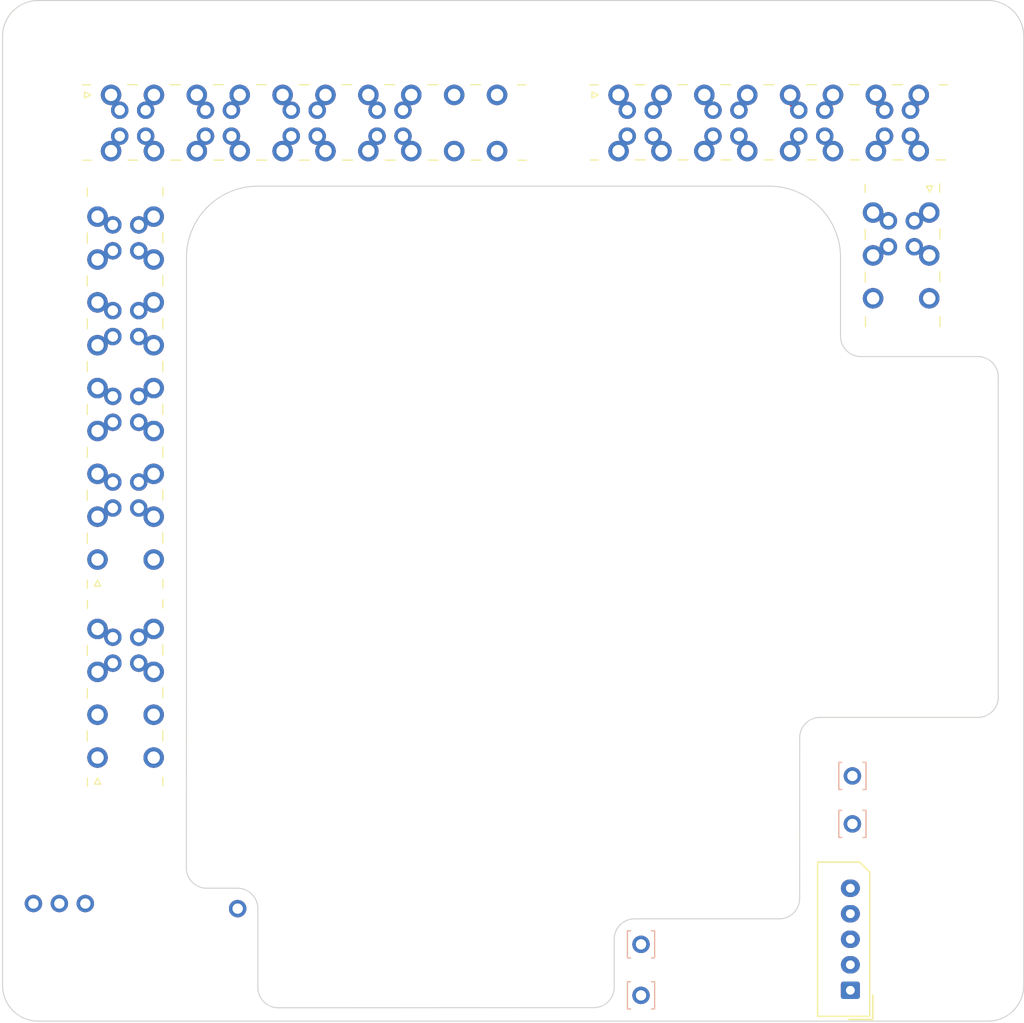
<source format=kicad_pcb>
(kicad_pcb (version 20221018) (generator pcbnew)
  (layers (0 "F.Cu" signal) (1 "In1.Cu" signal) (2 "In2.Cu" signal) (31 "B.Cu" signal) (34 "B.Paste" user) (35 "F.Paste" user) (36 "B.SilkS" user "B.Silkscreen") (37 "F.SilkS" user "F.Silkscreen") (38 "B.Mask" user) (39 "F.Mask" user) (44 "Edge.Cuts" user))
  (net 0 "")
  (net 1 "Net-(J801-Pin_1)")
  (net 2 "Net-(J801-Pin_2)")
  (net 3 "Net-(J801-Pin_3)")
  (net 4 "Net-(J801-Pin_4)")
  (net 5 "Net-(J801-Pin_5)")
  (net 6 "Net-(J802-Pin_1)")
  (net 7 "Net-(J802-Pin_2)")
  (net 8 "Net-(J802-Pin_3)")
  (net 9 "/12V_KEY")
  (net 10 "/IN_BUTTON1")
  (net 11 "/IN_AUX1")
  (net 12 "/IN_BUTTON2")
  (net 13 "/IN_MAP")
  (net 14 "/OUT_LS2")
  (net 15 "/OUT_LS_HOT1")
  (net 16 "/OUT_LS3")
  (net 17 "/OUT_LS_HOT2")
  (net 18 "/IN_PPS2")
  (net 19 "/IN_AUX2")
  (net 20 "/IN_TPS2")
  (net 21 "/OUT_LS4")
  (net 22 "/OUT_LS1")
  (net 23 "/OUT_IGN1")
  (net 24 "/OUT_INJ1")
  (net 25 "/IN_PPS1")
  (net 26 "/IN_FLEX")
  (net 27 "/IN_KNOCK_RAW")
  (net 28 "/IN_TPS1")
  (net 29 "/IN_HALL2")
  (net 30 "/IN_HALL1")
  (net 31 "/VR2+")
  (net 32 "/IN_AUX3")
  (net 33 "/WBO_Un")
  (net 34 "/WBO_Rtrim")
  (net 35 "/WBO_Ip")
  (net 36 "/OUT_IGN2")
  (net 37 "/OUT_INJ2")
  (net 38 "/OUT_IGN5")
  (net 39 "/OUT_INJ3")
  (net 40 "/CAN-")
  (net 41 "/CAN+")
  (net 42 "/IN_CLT")
  (net 43 "/IN_IAT")
  (net 44 "/IN_HALL3")
  (net 45 "/VR1+")
  (net 46 "/VR2-")
  (net 47 "/OUT_IGN3")
  (net 48 "/OUT_INJ4")
  (net 49 "/OUT_IGN4")
  (net 50 "/OUT_INJ5")
  (net 51 "Net-(M801-Rx)")
  (net 52 "Net-(M801-Tx)")
  (net 53 "Net-(M801-LED_YELLOW)")
  (net 54 "Net-(M801-LED_GREEN)")
  (net 55 "Net-(M801-DC2_PWM)")
  (net 56 "/OUT_DC1-")
  (net 57 "/OUT_DC2-")
  (net 58 "/GND_A3")
  (net 59 "/GND_A4")
  (net 60 "/OUT_DC1+")
  (net 61 "/OUT_DC2+")
  (net 62 "/12V")
  (net 63 "/OUT_INJ6")
  (net 64 "/OUT_IGN6")
  (net 65 "/5VP_C1")
  (net 66 "/5VP_C2")
  (net 67 "/GND_C8")
  (net 68 "/IN_BUTTON3")
  (net 69 "/EGT+")
  (net 70 "/GNDA_C11")
  (net 71 "/GNDA_C12")
  (net 72 "/GNDA_C13")
  (net 73 "/VR1-")
  (net 74 "/EGT-")
  (net 75 "/5VP_D3")
  (net 76 "/5VP_D4")
  (net 77 "/GNDA_D11")
  (net 78 "/GNDA_D12")
  (net 79 "/WBO_12V")
  (net 80 "/WBO_Heater")
  (net 81 "/WBO_Vm")
  (footprint "RT-01T-1.0B:RT-01T-1.0B" (layer "F.Cu") (at 99.300126 111.6)
    (fp_text reference "P809" hide)
    (fp_text value "RT-01T-1.0B")
  )
  (footprint "hellen-one-uaefi-0.2:uaefi" (layer "F.Cu") (at 90 150)
    (fp_text reference "M801" hide)
    (fp_text value "Module:uaefi/0.2" hide)
    (fp_line (start 18.012559 -31.737182) (end 18 -15) (stroke (width 0.1)) (layer "Edge.Cuts"))
    (fp_line (start 18.012559 -31.737182) (end 18.012562 -74.787438) (stroke (width 0.1)) (layer "Edge.Cuts"))
    (fp_line (start 20 -13) (end 23 -13) (stroke (width 0.1)) (layer "Edge.Cuts"))
    (fp_line (start 25 -11) (end 25 -3.287437) (stroke (width 0.1)) (layer "Edge.Cuts"))
    (fp_line (start 57.9 -1.3) (end 27 -1.287437) (stroke (width 0.1)) (layer "Edge.Cuts"))
    (fp_line (start 59.9 -3.3) (end 59.899911 -8.00008) (stroke (width 0.1)) (layer "Edge.Cuts"))
    (fp_line (start 61.899911 -10.00008) (end 76.060074 -9.999926) (stroke (width 0.1)) (layer "Edge.Cuts"))
    (fp_line (start 75.062815 -81.787437) (end 25.012563 -81.787437) (stroke (width 0.1)) (layer "Edge.Cuts"))
    (fp_line (start 78.062811 -27.73718) (end 78.060074 -11.999926) (stroke (width 0.1)) (layer "Edge.Cuts"))
    (fp_line (start 80.062811 -29.73718) (end 95.512563 -29.73718) (stroke (width 0.1)) (layer "Edge.Cuts"))
    (fp_line (start 82.062814 -74.787436) (end 82.062814 -67.087437) (stroke (width 0.1)) (layer "Edge.Cuts"))
    (fp_line (start 95.512563 -65.087437) (end 84.062814 -65.087437) (stroke (width 0.1)) (layer "Edge.Cuts"))
    (fp_line (start 97.512563 -31.73718) (end 97.512563 -63.087437) (stroke (width 0.1)) (layer "Edge.Cuts"))
    (fp_arc (start 18.012562 -74.787438) (mid 20.062815 -79.737185) (end 25.012563 -81.787437) (stroke (width 0.1)) (layer "Edge.Cuts"))
    (fp_arc (start 20 -13) (mid 18.585784 -13.585784) (end 18 -15) (stroke (width 0.1)) (layer "Edge.Cuts"))
    (fp_arc (start 23 -13) (mid 24.414216 -12.414216) (end 25 -11) (stroke (width 0.1)) (layer "Edge.Cuts"))
    (fp_arc (start 27 -1.287437) (mid 25.585783 -1.873222) (end 25 -3.287437) (stroke (width 0.1)) (layer "Edge.Cuts"))
    (fp_arc (start 59.899911 -8.00008) (mid 60.485719 -9.414272) (end 61.899911 -10.00008) (stroke (width 0.1)) (layer "Edge.Cuts"))
    (fp_arc (start 59.9 -3.3) (mid 59.314192 -1.885808) (end 57.9 -1.3) (stroke (width 0.1)) (layer "Edge.Cuts"))
    (fp_arc (start 75.062815 -81.787437) (mid 80.012612 -79.73722) (end 82.062814 -74.787436) (stroke (width 0.1)) (layer "Edge.Cuts"))
    (fp_arc (start 78.060074 -11.999926) (mid 77.474266 -10.585734) (end 76.060074 -9.999926) (stroke (width 0.1)) (layer "Edge.Cuts"))
    (fp_arc (start 78.062811 -27.73718) (mid 78.648619 -29.151383) (end 80.062811 -29.73718) (stroke (width 0.1)) (layer "Edge.Cuts"))
    (fp_arc (start 84.062814 -65.087437) (mid 82.648592 -65.673201) (end 82.062814 -67.087437) (stroke (width 0.1)) (layer "Edge.Cuts"))
    (fp_arc (start 95.512563 -65.087437) (mid 96.926766 -64.50164) (end 97.512563 -63.087437) (stroke (width 0.1)) (layer "Edge.Cuts"))
    (fp_arc (start 97.512563 -31.73718) (mid 96.926801 -30.322937) (end 95.512563 -29.73718) (stroke (width 0.1)) (layer "Edge.Cuts"))
  )
  (footprint "RT-01T-1.0B:2x2_2.54" (layer "F.Cu") (at 159.575126 60.775)
    (fp_text reference "J805" hide)
    (fp_text value "Conn_02x02_Odd_Even" hide)
  )
  (footprint "RT-01T-1.0B:RT-01T-1.0B" (layer "F.Cu") (at 104.800126 96.4)
    (fp_text reference "P825" hide)
    (fp_text value "RT-01T-1.0B")
  )
  (footprint "RT-01T-1.0B:RT-01T-1.0B" (layer "F.Cu") (at 179.725126 59.275)
    (fp_text reference "P859" hide)
    (fp_text value "RT-01T-1.0B")
  )
  (footprint "RT-01T-1.0B:RT-01T-1.0B" (layer "F.Cu") (at 104.800126 100.6)
    (fp_text reference "P824" hide)
    (fp_text value "RT-01T-1.0B")
  )
  (footprint "RT-01T-1.0B:RT-01T-1.0B" (layer "F.Cu") (at 109.025126 59.275)
    (fp_text reference "P834" hide)
    (fp_text value "RT-01T-1.0B")
  )
  (footprint "RT-01T-1.0B:RT-01T-1.0B" (layer "F.Cu") (at 99.300126 83.8)
    (fp_text reference "P819" hide)
    (fp_text value "RT-01T-1.0B")
  )
  (footprint "RT-01T-1.0B:RT-01T-1.0B" (layer "F.Cu") (at 150.325126 59.275)
    (fp_text reference "P852" hide)
    (fp_text value "RT-01T-1.0B")
  )
  (footprint "RT-01T-1.0B:RT-01T-1.0B" (layer "F.Cu") (at 179.725126 64.775)
    (fp_text reference "P867" hide)
    (fp_text value "RT-01T-1.0B")
  )
  (footprint "RT-01T-1.0B:RT-01T-1.0B" (layer "F.Cu") (at 99.300126 88)
    (fp_text reference "P818" hide)
    (fp_text value "RT-01T-1.0B")
  )
  (footprint "RT-01T-1.0B:RT-01T-1.0B" (layer "F.Cu") (at 99.300126 92.2)
    (fp_text reference "P817" hide)
    (fp_text value "RT-01T-1.0B")
  )
  (footprint "RT-01T-1.0B:RT-01T-1.0B" (layer "F.Cu") (at 138.425126 59.275)
    (fp_text reference "P841" hide)
    (fp_text value "RT-01T-1.0B")
  )
  (footprint "RT-01T-1.0B:RT-01T-1.0B" (layer "F.Cu") (at 175.250126 75)
    (fp_text reference "P872" hide)
    (fp_text value "RT-01T-1.0B")
  )
  (footprint "RT-01T-1.0B:RT-01T-1.0B" (layer "F.Cu") (at 171.325126 59.275)
    (fp_text reference "P857" hide)
    (fp_text value "RT-01T-1.0B")
  )
  (footprint "RT-01T-1.0B:RT-01T-1.0B" (layer "F.Cu") (at 134.225126 59.275)
    (fp_text reference "P840" hide)
    (fp_text value "RT-01T-1.0B")
  )
  (footprint "RT-01T-1.0B:RT-01T-1.0B" (layer "F.Cu") (at 121.625126 59.275)
    (fp_text reference "P837" hide)
    (fp_text value "RT-01T-1.0B")
  )
  (footprint "RT-01T-1.0B:RT-01T-1.0B" (layer "F.Cu") (at 99.300126 71.2)
    (fp_text reference "P822" hide)
    (fp_text value "RT-01T-1.0B")
  )
  (footprint "RT-01T-1.0B:RT-01T-1.0B" (layer "F.Cu") (at 180.750126 79.2)
    (fp_text reference "P870" hide)
    (fp_text value "RT-01T-1.0B")
  )
  (footprint "RT-01T-1.0B:1x1" (layer "F.Cu") (at 173.225126 130.7)
    (fp_text reference "P802" hide)
    (fp_text value "Conn_01x01_Pin" hide)
  )
  (footprint "RT-01T-1.0B:2x2_2.54" (layer "F.Cu") (at 126.675126 60.775)
    (fp_text reference "J815" hide)
    (fp_text value "Conn_02x02_Odd_Even" hide)
  )
  (footprint "RT-01T-1.0B:RT-01T-1.0B" (layer "F.Cu") (at 171.325126 64.775)
    (fp_text reference "P865" hide)
    (fp_text value "RT-01T-1.0B")
  )
  (footprint "RT-01T-1.0B:RT-01T-1.0B" (layer "F.Cu") (at 113.225126 59.275)
    (fp_text reference "P835" hide)
    (fp_text value "RT-01T-1.0B")
  )
  (footprint "RT-01T-1.0B:1x1" (layer "F.Cu") (at 173.225126 126)
    (fp_text reference "P801" hide)
    (fp_text value "Conn_01x01_Pin" hide)
  )
  (footprint "RT-01T-1.0B:RT-01T-1.0B" (layer "F.Cu") (at 99.300126 96.4)
    (fp_text reference "P816" hide)
    (fp_text value "RT-01T-1.0B")
  )
  (footprint "RT-01T-1.0B:RT-01T-1.0B" (layer "F.Cu") (at 125.825126 59.275)
    (fp_text reference "P838" hide)
    (fp_text value "RT-01T-1.0B")
  )
  (footprint "RT-01T-1.0B:RT-01T-1.0B" (layer "F.Cu") (at 125.825126 64.775)
    (fp_text reference "P848" hide)
    (fp_text value "RT-01T-1.0B")
  )
  (footprint "RT-01T-1.0B:RT-01T-1.0B" (layer "F.Cu") (at 175.525126 64.775)
    (fp_text reference "P866" hide)
    (fp_text value "RT-01T-1.0B")
  )
  (footprint "RT-01T-1.0B:RT-01T-1.0B" (layer "F.Cu") (at 104.800126 111.6)
    (fp_text reference "P813" hide)
    (fp_text value "RT-01T-1.0B")
  )
  (footprint "RT-01T-1.0B:2x2_2.54" (layer "F.Cu") (at 100.800126 72.01)
    (fp_text reference "J806" hide)
    (fp_text value "Conn_02x02_Odd_Even" hide)
  )
  (footprint "RT-01T-1.0B:RT-01T-1.0B" (layer "F.Cu") (at 104.800126 75.4)
    (fp_text reference "P830" hide)
    (fp_text value "RT-01T-1.0B")
  )
  (footprint "RT-01T-1.0B:RT-01T-1.0B" (layer "F.Cu") (at 154.525126 59.275)
    (fp_text reference "P853" hide)
    (fp_text value "RT-01T-1.0B")
  )
  (footprint "RT-01T-1.0B:RT-01T-1.0B" (layer "F.Cu") (at 158.725126 59.275)
    (fp_text reference "P854" hide)
    (fp_text value "RT-01T-1.0B")
  )
  (footprint "RT-01T-1.0B:2x2_2.54" (layer "F.Cu") (at 100.800126 97.21)
    (fp_text reference "J816" hide)
    (fp_text value "Conn_02x02_Odd_Even" hide)
  )
  (footprint "Connector_Molex:Molex_SPOX_5267-05A_1x05_P2.50mm_Vertical" (layer "F.Cu") (at 173.025126 147 90)
    (fp_text reference "J801" hide)
    (fp_text value "Conn_01x05_Pin")
  )
  (footprint "RT-01T-1.0B:2x2_2.54" (layer "F.Cu") (at 100.800126 80.41)
    (fp_text reference "J809" hide)
    (fp_text value "Conn_02x02_Odd_Even" hide)
  )
  (footprint "RT-01T-1.0B:RT-01T-1.0B" (layer "F.Cu") (at 154.525126 64.775)
    (fp_text reference "P861" hide)
    (fp_text value "RT-01T-1.0B")
  )
  (footprint "RT-01T-1.0B:RT-01T-1.0B" (layer "F.Cu") (at 167.125126 64.775)
    (fp_text reference "P864" hide)
    (fp_text value "RT-01T-1.0B")
  )
  (footprint "RT-01T-1.0B:RT-01T-1.0B" (layer "F.Cu") (at 162.925126 59.275)
    (fp_text reference "P855" hide)
    (fp_text value "RT-01T-1.0B")
  )
  (footprint "RT-01T-1.0B:RT-01T-1.0B" (layer "F.Cu") (at 104.800126 120)
    (fp_text reference "P811" hide)
    (fp_text value "RT-01T-1.0B")
  )
  (footprint "RT-01T-1.0B:RT-01T-1.0B" (layer "F.Cu") (at 130.025126 64.775)
    (fp_text reference "P849" hide)
    (fp_text value "RT-01T-1.0B")
  )
  (footprint "RT-01T-1.0B:RT-01T-1.0B" (layer "F.Cu") (at 104.800126 83.8)
    (fp_text reference "P828" hide)
    (fp_text value "RT-01T-1.0B")
  )
  (footprint "RT-01T-1.0B:RT-01T-1.0B" (layer "F.Cu") (at 150.325126 64.775)
    (fp_text reference "P860" hide)
    (fp_text value "RT-01T-1.0B")
  )
  (footprint "RT-01T-1.0B:2x2_2.54" (layer "F.Cu") (at 176.375126 60.775)
    (fp_text reference "J814" hide)
    (fp_text value "Conn_02x02_Odd_Even" hide)
  )
  (footprint "RT-01T-1.0B:RT-01T-1.0B" (layer "F.Cu") (at 99.300126 120)
    (fp_text reference "P807" hide)
    (fp_text value "RT-01T-1.0B")
  )
  (footprint "RT-01T-1.0B:RT-01T-1.0B" (layer "F.Cu") (at 100.625126 59.275)
    (fp_text reference "P832" hide)
    (fp_text value "RT-01T-1.0B")
  )
  (footprint "RT-01T-1.0B:2x2_2.54" (layer "F.Cu") (at 176.750126 71.61)
    (fp_text reference "J812" hide)
    (fp_text value "Conn_02x02_Odd_Even" hide)
  )
  (footprint "RT-01T-1.0B:RT-01T-1.0B" (layer "F.Cu") (at 175.250126 70.8)
    (fp_text reference "P871" hide)
    (fp_text value "RT-01T-1.0B")
  )
  (footprint "RT-01T-1.0B:RT-01T-1.0B" (layer "F.Cu") (at 162.925126 64.775)
    (fp_text reference "P863" hide)
    (fp_text value "RT-01T-1.0B")
  )
  (footprint "RT-01T-1.0B:RT-01T-1.0B" (layer "F.Cu") (at 99.300126 79.6)
    (fp_text reference "P820" hide)
    (fp_text value "RT-01T-1.0B")
  )
  (footprint "RT-01T-1.0B:RT-01T-1.0B" (layer "F.Cu") (at 109.025126 64.775)
    (fp_text reference "P844" hide)
    (fp_text value "RT-01T-1.0B")
  )
  (footprint "RT-01T-1.0B:2x2_2.54" (layer "F.Cu") (at 151.175126 60.775)
    (fp_text reference "J804" hide)
    (fp_text value "Conn_02x02_Odd_Even" hide)
  )
  (footprint "RT-01T-1.0B:1x1" (layer "F.Cu") (at 152.525126 142.5)
    (fp_text reference "P804" hide)
    (fp_text value "Conn_01x01_Pin" hide)
  )
  (footprint "RT-01T-1.0B:2x2_2.54" (layer "F.Cu") (at 100.800126 112.41)
    (fp_text reference "J803" hide)
    (fp_text value "Conn_02x02_Odd_Even" hide)
  )
  (footprint "RT-01T-1.0B:RT-01T-1.0B" (layer "F.Cu") (at 121.625126 64.775)
    (fp_text reference "P847" hide)
    (fp_text value "RT-01T-1.0B")
  )
  (footprint "RT-01T-1.0B:RT-01T-1.0B" (layer "F.Cu") (at 99.300126 115.8)
    (fp_text reference "P808" hide)
    (fp_text value "RT-01T-1.0B")
  )
  (footprint "RT-01T-1.0B:1x3_2.54" (layer "F.Cu") (at 93.025126 138.5)
    (fp_text reference "J802" hide)
    (fp_text value "Conn_01x03_Pin" hide)
  )
  (footprint "RT-01T-1.0B:2x2_2.54" (layer "F.Cu") (at 101.475126 60.775)
    (fp_text reference "J807" hide)
    (fp_text value "Conn_02x02_Odd_Even" hide)
  )
  (footprint "RT-01T-1.0B:RT-01T-1.0B" (layer "F.Cu") (at 104.800126 71.2)
    (fp_text reference "P831" hide)
    (fp_text value "RT-01T-1.0B")
  )
  (footprint "RT-01T-1.0B:RT-01T-1.0B" (layer "F.Cu") (at 99.300126 104.8)
    (fp_text reference "P814" hide)
    (fp_text value "RT-01T-1.0B")
  )
  (footprint "RT-01T-1.0B:RT-01T-1.0B" (layer "F.Cu") (at 175.525126 59.275)
    (fp_text reference "P858" hide)
    (fp_text value "RT-01T-1.0B")
  )
  (footprint "RT-01T-1.0B:RT-01T-1.0B" (layer "F.Cu") (at 180.750126 75)
    (fp_text reference "P869" hide)
    (fp_text value "RT-01T-1.0B")
  )
  (footprint "RT-01T-1.0B:1x1" (layer "F.Cu") (at 113.025126 139)
    (fp_text reference "P805" hide)
    (fp_text value "Conn_01x01_Pin" hide)
  )
  (footprint "RT-01T-1.0B:RT-01T-1.0B" (layer "F.Cu") (at 117.425126 64.775)
    (fp_text reference "P846" hide)
    (fp_text value "RT-01T-1.0B")
  )
  (footprint "RT-01T-1.0B:RT-01T-1.0B" (layer "F.Cu") (at 180.750126 70.8)
    (fp_text reference "P868" hide)
    (fp_text value "RT-01T-1.0B")
  )
  (footprint "RT-01T-1.0B:RT-01T-1.0B" (layer "F.Cu") (at 104.800126 115.8)
    (fp_text reference "P812" hide)
    (fp_text value "RT-01T-1.0B")
  )
  (footprint "RT-01T-1.0B:RT-01T-1.0B" (layer "F.Cu") (at 130.025126 59.275)
    (fp_text reference "P839" hide)
    (fp_text value "RT-01T-1.0B")
  )
  (footprint "RT-01T-1.0B:RT-01T-1.0B" (layer "F.Cu") (at 134.225126 64.775)
    (fp_text reference "P850" hide)
    (fp_text value "RT-01T-1.0B")
  )
  (footprint "RT-01T-1.0B:2x2_2.54" (layer "F.Cu") (at 118.275126 60.775)
    (fp_text reference "J811" hide)
    (fp_text value "Conn_02x02_Odd_Even" hide)
  )
  (footprint "RT-01T-1.0B:2x2_2.54" (layer "F.Cu") (at 167.975126 60.775)
    (fp_text reference "J810" hide)
    (fp_text value "Conn_02x02_Odd_Even" hide)
  )
  (footprint "RT-01T-1.0B:2x2_2.54" (layer "F.Cu") (at 109.875126 60.775)
    (fp_text reference "J808" hide)
    (fp_text value "Conn_02x02_Odd_Even" hide)
  )
  (footprint "RT-01T-1.0B:RT-01T-1.0B" (layer "F.Cu") (at 104.800126 88)
    (fp_text reference "P827" hide)
    (fp_text value "RT-01T-1.0B")
  )
  (footprint "RT-01T-1.0B:RT-01T-1.0B" (layer "F.Cu") (at 104.825126 59.275)
    (fp_text reference "P833" hide)
    (fp_text value "RT-01T-1.0B")
  )
  (footprint "RT-01T-1.0B:RT-01T-1.0B" (layer "F.Cu") (at 99.300126 75.4)
    (fp_text reference "P821" hide)
    (fp_text value "RT-01T-1.0B")
  )
  (footprint "RT-01T-1.0B:RT-01T-1.0B" (layer "F.Cu") (at 99.300126 124.2)
    (fp_text reference "P806" hide)
    (fp_text value "RT-01T-1.0B")
  )
  (footprint "RT-01T-1.0B:2x2_2.54" (layer "F.Cu") (at 100.800126 88.81)
    (fp_text reference "J813" hide)
    (fp_text value "Conn_02x02_Odd_Even" hide)
  )
  (footprint "RT-01T-1.0B:RT-01T-1.0B" (layer "F.Cu") (at 100.625126 64.775)
    (fp_text reference "P842" hide)
    (fp_text value "RT-01T-1.0B")
  )
  (footprint "RT-01T-1.0B:RT-01T-1.0B" (layer "F.Cu") (at 138.425126 64.775)
    (fp_text reference "P851" hide)
    (fp_text value "RT-01T-1.0B")
  )
  (footprint "RT-01T-1.0B:RT-01T-1.0B" (layer "F.Cu") (at 167.125126 59.275)
    (fp_text reference "P856" hide)
    (fp_text value "RT-01T-1.0B")
  )
  (footprint "RT-01T-1.0B:1x1" (layer "F.Cu") (at 152.525126 147.5)
    (fp_text reference "P803" hide)
    (fp_text value "Conn_01x01_Pin" hide)
  )
  (footprint "RT-01T-1.0B:RT-01T-1.0B" (layer "F.Cu") (at 113.225126 64.775)
    (fp_text reference "P845" hide)
    (fp_text value "RT-01T-1.0B")
  )
  (footprint "RT-01T-1.0B:RT-01T-1.0B" (layer "F.Cu") (at 117.425126 59.275)
    (fp_text reference "P836" hide)
    (fp_text value "RT-01T-1.0B")
  )
  (footprint "RT-01T-1.0B:RT-01T-1.0B" (layer "F.Cu") (at 104.825126 64.775)
    (fp_text reference "P843" hide)
    (fp_text value "RT-01T-1.0B")
  )
  (footprint "RT-01T-1.0B:RT-01T-1.0B" (layer "F.Cu") (at 104.800126 92.2)
    (fp_text reference "P826" hide)
    (fp_text value "RT-01T-1.0B")
  )
  (footprint "RT-01T-1.0B:RT-01T-1.0B" (layer "F.Cu") (at 104.800126 124.2)
    (fp_text reference "P810" hide)
    (fp_text value "RT-01T-1.0B")
  )
  (footprint "RT-01T-1.0B:RT-01T-1.0B" (layer "F.Cu") (at 175.250126 79.2)
    (fp_text reference "P873" hide)
    (fp_text value "RT-01T-1.0B")
  )
  (footprint "RT-01T-1.0B:RT-01T-1.0B" (layer "F.Cu") (at 104.800126 79.6)
    (fp_text reference "P829" hide)
    (fp_text value "RT-01T-1.0B")
  )
  (footprint "RT-01T-1.0B:RT-01T-1.0B" (layer "F.Cu") (at 99.300126 100.6)
    (fp_text reference "P815" hide)
    (fp_text value "RT-01T-1.0B")
  )
  (footprint "RT-01T-1.0B:RT-01T-1.0B" (layer "F.Cu") (at 158.725126 64.775)
    (fp_text reference "P862" hide)
    (fp_text value "RT-01T-1.0B")
  )
  (footprint "RT-01T-1.0B:RT-01T-1.0B" (layer "F.Cu") (at 104.800126 104.8)
    (fp_text reference "P823" hide)
    (fp_text value "RT-01T-1.0B")
  )
  (gr_line locked (start 190.000004 146.525006) (end 190.000006 53.524996) (stroke (width 0.1)) (layer "Edge.Cuts"))
  (gr_line locked (start 89.999996 53.524994) (end 89.999871 146.525) (stroke (width 0.1)) (layer "Edge.Cuts"))
  (gr_line locked (start 186.500006 50.024996) (end 93.499996 50.024994) (stroke (width 0.1)) (layer "Edge.Cuts"))
  (gr_arc locked (start 190.000004 146.525006) (mid 188.974875 148.999877) (end 186.500004 150.025006) (stroke (width 0.1)) (layer "Edge.Cuts"))
  (gr_arc locked (start 89.999996 53.524994) (mid 91.025125 51.050123) (end 93.499996 50.024994) (stroke (width 0.1)) (layer "Edge.Cuts"))
  (gr_line locked (start 93.499871 150.025) (end 186.500004 150.025006) (stroke (width 0.1)) (layer "Edge.Cuts"))
  (gr_arc locked (start 93.499871 150.025) (mid 91.025 148.999872) (end 89.999871 146.525) (stroke (width 0.1)) (layer "Edge.Cuts"))
  (gr_arc locked (start 186.500006 50.024996) (mid 188.974877 51.050125) (end 190.000006 53.524996) (stroke (width 0.1)) (layer "Edge.Cuts"))
  (segment (start 171.032233 60.232893) (end 170.452563 60.812563) (width 0.5) (layer "F.Cu") (net 25))
  (segment (start 171.325126 59.275) (end 171.325126 59.525786) (width 0.5) (layer "F.Cu") (net 25))
  (arc (start 171.032233 60.232893) (mid 171.249006 59.90847) (end 171.325126 59.525786) (width 0.5) (layer "F.Cu") (net 25))
  (segment (start 167.125126 59.275) (end 167.125126 59.610912) (width 0.5) (layer "F.Cu") (net 26))
  (segment (start 167.418019 60.318019) (end 167.912563 60.812563) (width 0.5) (layer "F.Cu") (net 26))
  (arc (start 167.125126 59.610912) (mid 167.201246 59.993595) (end 167.418019 60.318019) (width 0.5) (layer "F.Cu") (net 26))
  (segment (start 171.325126 64.775) (end 171.325126 64.225126) (width 0.2) (layer "F.Cu") (net 27))
  (segment (start 171.325126 64.225126) (end 170.452563 63.352563) (width 0.2) (layer "F.Cu") (net 27))
  (segment (start 167.125126 64.14) (end 167.912563 63.352563) (width 0.2) (layer "F.Cu") (net 28))
  (segment (start 167.125126 64.775) (end 167.125126 64.14) (width 0.2) (layer "F.Cu") (net 28))
  (segment (start 179.432233 60.292893) (end 178.912563 60.812563) (width 0.5) (layer "F.Cu") (net 40))
  (segment (start 179.725126 59.275) (end 179.725126 59.585786) (width 0.5) (layer "F.Cu") (net 40))
  (arc (start 179.432233 60.292893) (mid 179.649006 59.96847) (end 179.725126 59.585786) (width 0.5) (layer "F.Cu") (net 40))
  (segment (start 175.818019 60.258019) (end 176.372563 60.812563) (width 0.5) (layer "F.Cu") (net 41))
  (segment (start 175.525126 59.275) (end 175.525126 59.550912) (width 0.5) (layer "F.Cu") (net 41))
  (arc (start 175.818019 60.258019) (mid 175.601246 59.933596) (end 175.525126 59.550912) (width 0.5) (layer "F.Cu") (net 41))
  (segment (start 179.725126 64.775) (end 179.725126 64.165126) (width 0.2) (layer "F.Cu") (net 42))
  (segment (start 179.725126 64.165126) (end 178.912563 63.352563) (width 0.2) (layer "F.Cu") (net 42))
  (segment (start 175.525126 64.755) (end 175.525126 64.2) (width 0.2) (layer "F.Cu") (net 43))
  (segment (start 175.525126 64.2) (end 176.372563 63.352563) (width 0.2) (layer "F.Cu") (net 43))
)
</source>
